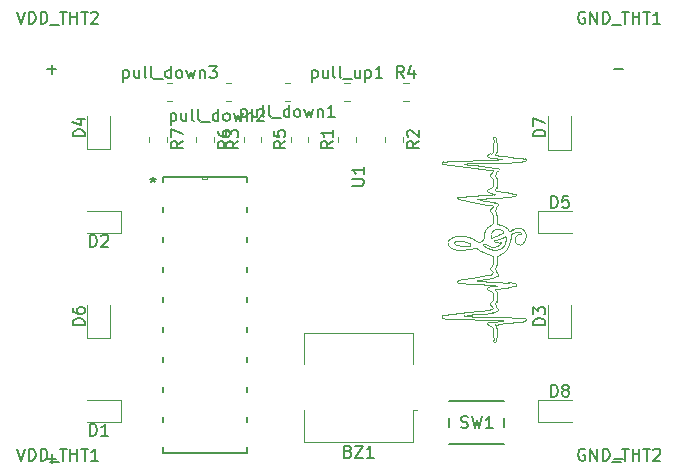
<source format=gbr>
%TF.GenerationSoftware,KiCad,Pcbnew,(6.0.9)*%
%TF.CreationDate,2023-11-13T18:20:47-08:00*%
%TF.ProjectId,music_card,6d757369-635f-4636-9172-642e6b696361,rev?*%
%TF.SameCoordinates,Original*%
%TF.FileFunction,Legend,Top*%
%TF.FilePolarity,Positive*%
%FSLAX46Y46*%
G04 Gerber Fmt 4.6, Leading zero omitted, Abs format (unit mm)*
G04 Created by KiCad (PCBNEW (6.0.9)) date 2023-11-13 18:20:47*
%MOMM*%
%LPD*%
G01*
G04 APERTURE LIST*
%ADD10C,0.046000*%
%ADD11C,0.200000*%
%ADD12C,0.150000*%
%ADD13C,0.120000*%
%ADD14C,0.152400*%
%ADD15C,0.100000*%
G04 APERTURE END LIST*
D10*
X151233918Y-113127781D02*
G75*
G03*
X151278609Y-113159178I151882J168681D01*
G01*
X147569853Y-110888828D02*
G75*
G03*
X147658077Y-111054004I540847J182728D01*
G01*
X151906938Y-104547026D02*
G75*
G03*
X151862809Y-104495726I-329338J-238674D01*
G01*
X148384563Y-107008859D02*
G75*
G03*
X148498313Y-107097224I188037J124659D01*
G01*
X151674853Y-102489242D02*
X151661966Y-102062924D01*
X150923313Y-117677602D02*
G75*
G03*
X151163821Y-117833825I865887J1069802D01*
G01*
X152514234Y-110295377D02*
G75*
G03*
X152460173Y-110238178I-54034J3077D01*
G01*
X151196095Y-113085423D02*
G75*
G03*
X151233923Y-113127776I214505J153523D01*
G01*
X151224959Y-110146783D02*
G75*
G03*
X151220189Y-110212501I450341J-65717D01*
G01*
X150041971Y-107068570D02*
X150490397Y-107036699D01*
X153293526Y-110294603D02*
G75*
G03*
X153228302Y-110521366I380474J-232197D01*
G01*
X153344511Y-106656026D02*
X153110527Y-106601936D01*
X148921729Y-104075548D02*
G75*
G03*
X148915520Y-104095461I1371J-11352D01*
G01*
X152075519Y-103984280D02*
X153838795Y-103925055D01*
X147249054Y-116904509D02*
G75*
G03*
X147145394Y-116928013I60346J-506491D01*
G01*
X151233915Y-112857597D02*
G75*
G03*
X151196091Y-112903339I211985J-213803D01*
G01*
X148657049Y-110198510D02*
G75*
G03*
X148314706Y-110230906I-15749J-1658590D01*
G01*
X151052723Y-104615334D02*
G75*
G03*
X151351634Y-104630713I257677J2095734D01*
G01*
X151170396Y-105144972D02*
G75*
G03*
X151196091Y-105195201I230004J85972D01*
G01*
X152713276Y-114141149D02*
X151643283Y-114087137D01*
X150982865Y-109450955D02*
G75*
G03*
X150794702Y-109671674I617335J-716845D01*
G01*
X149831671Y-104223167D02*
X149366577Y-104169455D01*
X152021606Y-110883479D02*
G75*
G03*
X152085196Y-110790969I-677306J533679D01*
G01*
X151170356Y-108025971D02*
G75*
G03*
X151161769Y-108075078I136244J-49129D01*
G01*
X148736397Y-103821461D02*
X147793092Y-103862169D01*
X153133333Y-109965472D02*
G75*
G03*
X153013247Y-110027744I316067J-756428D01*
G01*
X151606209Y-101825231D02*
G75*
G03*
X151541499Y-101796488I-64709J-58469D01*
G01*
X151597576Y-117687328D02*
X151961866Y-117645349D01*
X150316829Y-107150726D02*
X150074465Y-107102916D01*
X151437081Y-109740402D02*
G75*
G03*
X151286703Y-109922432I263119J-370498D01*
G01*
X149402527Y-110335484D02*
G75*
G03*
X149021482Y-110233504I-829927J-2338116D01*
G01*
X148216225Y-110943079D02*
G75*
G03*
X148439372Y-111033953I255375J307679D01*
G01*
X150041973Y-107068608D02*
G75*
G03*
X150036733Y-107084748I527J-9092D01*
G01*
X151588175Y-106653401D02*
G75*
G03*
X151557279Y-106640100I-42075J-55199D01*
G01*
X151474944Y-104399066D02*
X151041558Y-104344357D01*
X154096456Y-117168010D02*
X153457824Y-117127998D01*
X151725919Y-113316875D02*
G75*
G03*
X151768213Y-113366486I294781J208475D01*
G01*
X152598940Y-111321970D02*
G75*
G03*
X152790695Y-110930687I-1220940J840970D01*
G01*
X151196094Y-105195199D02*
G75*
G03*
X151233924Y-105240183I220106J146699D01*
G01*
X153047891Y-109646205D02*
X152743264Y-109751457D01*
X150904591Y-103493911D02*
G75*
G03*
X151078737Y-103572333I208309J230011D01*
G01*
X152551325Y-109553044D02*
G75*
G03*
X152445680Y-109459520I-656325J-634956D01*
G01*
X152016134Y-103656010D02*
X152143196Y-103678376D01*
X151348178Y-116682019D02*
G75*
G03*
X151759778Y-116603686I-298978J2691519D01*
G01*
X149949259Y-111227611D02*
G75*
G03*
X149870056Y-111208217I-79559J-153489D01*
G01*
X149036448Y-117246079D02*
X150618839Y-117294499D01*
X149366577Y-104169455D02*
X148964929Y-104118158D01*
X151696934Y-116245581D02*
G75*
G03*
X151726161Y-116297111I283566J126781D01*
G01*
X153776444Y-109989884D02*
G75*
G03*
X153706565Y-109925547I-92744J-30616D01*
G01*
X154147284Y-103859964D02*
G75*
G03*
X154194075Y-103795876I-85384J111464D01*
G01*
X153706564Y-109925550D02*
G75*
G03*
X153528761Y-109901092I-212464J-886050D01*
G01*
X152514215Y-110295376D02*
X152485627Y-110582061D01*
X151682949Y-108490748D02*
X151668636Y-108326165D01*
X152849126Y-103510925D02*
X152368553Y-103460395D01*
X151666959Y-116111748D02*
G75*
G03*
X151644291Y-116067456I-294259J-122652D01*
G01*
X152023464Y-109261050D02*
X151687549Y-109167462D01*
X151278608Y-112822215D02*
G75*
G03*
X151233916Y-112857598I135992J-217685D01*
G01*
X149870056Y-111208215D02*
G75*
G03*
X149768819Y-111222158I-456J-371185D01*
G01*
X152213322Y-117356593D02*
G75*
G03*
X152195137Y-117336662I-20022J-7D01*
G01*
X150609776Y-113855613D02*
X150943561Y-113800969D01*
X151391626Y-103110514D02*
X151163821Y-103226731D01*
X149021481Y-110233512D02*
G75*
G03*
X148657049Y-110198512I-384581J-2089588D01*
G01*
X152010009Y-117321567D02*
X152195137Y-117336662D01*
X151227054Y-109300621D02*
G75*
G03*
X150982859Y-109450948I346446J-836279D01*
G01*
X151395399Y-107718307D02*
G75*
G03*
X151349764Y-107646565I-79199J7D01*
G01*
X148834475Y-114209663D02*
X149289178Y-114241690D01*
X151391036Y-105503774D02*
X151395449Y-105706027D01*
X150865152Y-114325140D02*
X151285437Y-114352173D01*
X151759781Y-116603699D02*
G75*
G03*
X151860132Y-116506692I-37981J139699D01*
G01*
X151682419Y-116158915D02*
G75*
G03*
X151666956Y-116111749I-310519J-75685D01*
G01*
X151163826Y-103226741D02*
G75*
G03*
X150909235Y-103386587I769174J-1507759D01*
G01*
X147077846Y-117080877D02*
G75*
G03*
X147093820Y-117115944I138854J42077D01*
G01*
X147091052Y-104076977D02*
G75*
G03*
X147108427Y-104101434I67248J29377D01*
G01*
X147145402Y-116928036D02*
G75*
G03*
X147117479Y-116944320I25998J-76664D01*
G01*
X151392071Y-104753622D02*
G75*
G03*
X151394166Y-104664864I-195671J49022D01*
G01*
X148141895Y-110769184D02*
G75*
G03*
X148149698Y-110858023I121205J-34116D01*
G01*
X154180363Y-117341178D02*
G75*
G03*
X154190428Y-117306122I-133063J57178D01*
G01*
X151233926Y-116106301D02*
G75*
G03*
X151278609Y-116138598I142074J149501D01*
G01*
X151687549Y-109167462D02*
X151687549Y-108692154D01*
X151370418Y-115010999D02*
G75*
G03*
X151319619Y-114951223I-118818J-49501D01*
G01*
X151676711Y-105300095D02*
G75*
G03*
X151617445Y-105167322I-203011J-11005D01*
G01*
X151199025Y-106170248D02*
G75*
G03*
X151317246Y-106103289I-403725J850648D01*
G01*
X151786570Y-117310564D02*
X152010009Y-117321567D01*
X151696950Y-107794403D02*
G75*
G03*
X151687549Y-107838400I98250J-43997D01*
G01*
X151687558Y-116201576D02*
G75*
G03*
X151682428Y-116158913I-180158J-24D01*
G01*
X152445677Y-109459524D02*
G75*
G03*
X152323969Y-109380419I-616977J-816076D01*
G01*
X151961866Y-117645349D02*
X152372180Y-117599779D01*
X151645821Y-113089557D02*
G75*
G03*
X151619921Y-113056498I-149621J-90543D01*
G01*
X152105967Y-110351623D02*
X152275202Y-110292198D01*
X152201734Y-109759518D02*
G75*
G03*
X151940416Y-109649530I-439334J-678382D01*
G01*
X151726162Y-107742866D02*
G75*
G03*
X151696938Y-107794397I254938J-178634D01*
G01*
X151373677Y-114453284D02*
G75*
G03*
X151028410Y-114522951I383823J-2792616D01*
G01*
X150074765Y-113956053D02*
G75*
G03*
X150036733Y-113974660I16135J-81147D01*
G01*
X147646921Y-110581025D02*
G75*
G03*
X147563673Y-110734930I259579J-239875D01*
G01*
X150373099Y-104277419D02*
X149831671Y-104223167D01*
X151349111Y-113409205D02*
G75*
G03*
X151395449Y-113330251I-44011J78905D01*
G01*
X151677441Y-106120362D02*
X151687962Y-105710204D01*
X153228323Y-110521366D02*
G75*
G03*
X153291991Y-110739730I389377J-4934D01*
G01*
X151617437Y-108006526D02*
G75*
G03*
X151644291Y-107972520I-130837J130926D01*
G01*
X151696911Y-113265966D02*
G75*
G03*
X151725925Y-113316871I275089J123066D01*
G01*
X148594065Y-110630076D02*
G75*
G03*
X148299496Y-110646890I-99965J-837424D01*
G01*
X153925430Y-110855080D02*
G75*
G03*
X154092488Y-110609544I-587730J579480D01*
G01*
X151768216Y-113366483D02*
G75*
G03*
X151818192Y-113406930I238984J244183D01*
G01*
X148828636Y-107184723D02*
X149564122Y-107313403D01*
X151585177Y-106666532D02*
G75*
G03*
X151588186Y-106653387I-1377J7232D01*
G01*
X147072356Y-117044108D02*
G75*
G03*
X147077833Y-117080881I126244J8D01*
G01*
X151278609Y-107887821D02*
G75*
G03*
X151233915Y-107924207I122391J-195979D01*
G01*
X153484845Y-110924225D02*
G75*
G03*
X153709268Y-110966760I170755J287625D01*
G01*
X151373264Y-109179665D02*
G75*
G03*
X151391968Y-109068067I-379464J120965D01*
G01*
X151439264Y-110263292D02*
X151220189Y-110356586D01*
X150943561Y-113800969D02*
X151543004Y-113697116D01*
X151878263Y-113514995D02*
G75*
G03*
X151818192Y-113406930I-134263J-3905D01*
G01*
X152890965Y-110448842D02*
X152921249Y-110198213D01*
X152183955Y-109314655D02*
G75*
G03*
X152023464Y-109261050I-608755J-1555545D01*
G01*
X151678250Y-118257937D02*
X151670325Y-118029270D01*
X148442504Y-114176527D02*
X148834475Y-114209663D01*
X150676375Y-109948031D02*
G75*
G03*
X150635989Y-110260371I1187825J-312369D01*
G01*
X153171889Y-106869593D02*
G75*
G03*
X153365549Y-106797896I-85889J529393D01*
G01*
X151386829Y-113284104D02*
G75*
G03*
X151361127Y-113235225I-223829J-86496D01*
G01*
X151574601Y-106341928D02*
G75*
G03*
X151596921Y-106351757I30599J39228D01*
G01*
X154183297Y-110096493D02*
G75*
G03*
X154112432Y-109879661I-628497J-85407D01*
G01*
X151349760Y-107646575D02*
G75*
G03*
X151195443Y-107594197I-315060J-674725D01*
G01*
X151161759Y-112995915D02*
G75*
G03*
X151170351Y-113039069I112241J-85D01*
G01*
X151361120Y-113235230D02*
G75*
G03*
X151323294Y-113191162I-218020J-148870D01*
G01*
X151319619Y-114951223D02*
G75*
G03*
X151205584Y-114892401I-422219J-678577D01*
G01*
X151623005Y-117442152D02*
X151107369Y-117487187D01*
X151315623Y-106707360D02*
X150897959Y-106734416D01*
X151388533Y-111392191D02*
G75*
G03*
X151589117Y-111406487I200067J1392791D01*
G01*
X152790703Y-110930689D02*
G75*
G03*
X152890965Y-110448842I-2279103J725589D01*
G01*
X151696942Y-104814979D02*
G75*
G03*
X151687549Y-104858980I98458J-44021D01*
G01*
X151586211Y-115995311D02*
G75*
G03*
X151617445Y-116033442I206889J137611D01*
G01*
X151239728Y-110067858D02*
X151261217Y-109988823D01*
X152079507Y-110748765D02*
G75*
G03*
X152028577Y-110730142I-46507J-48235D01*
G01*
X151569795Y-106329362D02*
G75*
G03*
X151574604Y-106341924I12705J-2338D01*
G01*
X151028399Y-114522910D02*
G75*
G03*
X150909441Y-114630154I45701J-170290D01*
G01*
X151227049Y-109300609D02*
G75*
G03*
X151326327Y-109244823I-182949J441809D01*
G01*
X151687548Y-113222156D02*
G75*
G03*
X151682601Y-113179670I-184448J56D01*
G01*
X151623903Y-110536838D02*
X151916989Y-110422077D01*
X151818994Y-104671415D02*
X151891506Y-104617468D01*
X148384417Y-114051511D02*
G75*
G03*
X148394449Y-114154106I67483J-45189D01*
G01*
X148498578Y-113963245D02*
G75*
G03*
X148384381Y-114051487I74522J-214455D01*
G01*
X151626997Y-103736913D02*
X151100174Y-103758152D01*
X151196096Y-116061317D02*
G75*
G03*
X151233924Y-116106303I219904J146517D01*
G01*
X151622717Y-103264722D02*
G75*
G03*
X151653404Y-103195186I-106917J88722D01*
G01*
X151574630Y-114717718D02*
G75*
G03*
X151569839Y-114730602I8470J-10482D01*
G01*
X151374469Y-112684192D02*
G75*
G03*
X151391292Y-112555713I-659469J151692D01*
G01*
X149217324Y-116670520D02*
X147249055Y-116904514D01*
X151667684Y-113133057D02*
G75*
G03*
X151645822Y-113089556I-289284J-118143D01*
G01*
X150208867Y-110712318D02*
X149794413Y-110503139D01*
X148314706Y-110230908D02*
G75*
G03*
X148052912Y-110309276I290894J-1448192D01*
G01*
X149524060Y-104045658D02*
X150448361Y-104033094D01*
X149832319Y-116836102D02*
X150373099Y-116782318D01*
X150928089Y-107257109D02*
X150600236Y-107202619D01*
X150473049Y-117034987D02*
X149864866Y-117017168D01*
X153705006Y-110062919D02*
G75*
G03*
X153469308Y-110124802I-6J-479781D01*
G01*
X149270459Y-104049144D02*
X149524060Y-104045658D01*
X151623901Y-110536833D02*
G75*
G03*
X151526394Y-110590563I170399J-424567D01*
G01*
X151687962Y-115350352D02*
X151677441Y-114940194D01*
X150400024Y-106762774D02*
X149848538Y-106789691D01*
X150775218Y-110889583D02*
X150848591Y-110923963D01*
X151699602Y-112344672D02*
X151716759Y-111857298D01*
X151283947Y-111146245D02*
G75*
G03*
X151556190Y-111161882I174753J664745D01*
G01*
X154092497Y-110609548D02*
G75*
G03*
X154176295Y-110342565I-1141897J505048D01*
G01*
X148394459Y-114154096D02*
G75*
G03*
X148442504Y-114176527I54841J54796D01*
G01*
X151278606Y-107887815D02*
G75*
G03*
X151323303Y-107852749I-140506J225115D01*
G01*
X154114949Y-117391331D02*
G75*
G03*
X154162610Y-117367365I-12449J84131D01*
G01*
X152280337Y-109830998D02*
G75*
G03*
X152201724Y-109759534I-256237J-202902D01*
G01*
X153391726Y-114369943D02*
G75*
G03*
X153365785Y-114262372I-66226J40943D01*
G01*
X151021272Y-111026855D02*
G75*
G03*
X151283946Y-111146250I480128J707655D01*
G01*
X148394920Y-106906047D02*
G75*
G03*
X148384558Y-107008862I57780J-57753D01*
G01*
X147658083Y-111053999D02*
G75*
G03*
X147811567Y-111203784I599717J460999D01*
G01*
X152039921Y-117402184D02*
X151849340Y-117424794D01*
X148195262Y-110693766D02*
G75*
G03*
X148141894Y-110769184I79338J-112734D01*
G01*
X151687549Y-108692154D02*
X151682949Y-108490748D01*
X151594165Y-103616590D02*
X151830591Y-103634322D01*
X150489939Y-103775449D02*
X148736397Y-103821461D01*
X153838795Y-103925059D02*
G75*
G03*
X154068164Y-103896569I-44695J1297359D01*
G01*
X147176186Y-104133056D02*
X149162830Y-104381316D01*
X151278603Y-104921947D02*
G75*
G03*
X151347811Y-104857381I-87203J162847D01*
G01*
X151439740Y-101895283D02*
G75*
G03*
X151421034Y-102051009I954260J-193617D01*
G01*
X152460173Y-110238162D02*
G75*
G03*
X152418369Y-110244779I27J-135538D01*
G01*
X151644295Y-104993103D02*
G75*
G03*
X151666956Y-104948807I-273195J167703D01*
G01*
X151580963Y-117732277D02*
G75*
G03*
X151598062Y-117762869I196537J89777D01*
G01*
X150036748Y-107084730D02*
G75*
G03*
X150074465Y-107102916I54552J64930D01*
G01*
X151860175Y-116506705D02*
G75*
G03*
X151818994Y-116389141I-100175J30905D01*
G01*
X152082254Y-103714178D02*
X151626997Y-103736913D01*
X151196100Y-107972931D02*
G75*
G03*
X151170347Y-108025968I235600J-147169D01*
G01*
X153746253Y-103610883D02*
X153331608Y-103562446D01*
X151617439Y-108006528D02*
G75*
G03*
X151586214Y-108044667I176161J-176072D01*
G01*
X151810421Y-111070626D02*
G75*
G03*
X152021606Y-110883479I-414021J679926D01*
G01*
X152275202Y-110292198D02*
X152418369Y-110244779D01*
X150565176Y-110966581D02*
G75*
G03*
X150578438Y-111005839I53724J-3719D01*
G01*
X151589117Y-111406492D02*
G75*
G03*
X151805285Y-111381351I-417J945492D01*
G01*
X147093826Y-117115941D02*
G75*
G03*
X147117478Y-117144051I111774J70041D01*
G01*
X151822601Y-110105139D02*
X151679790Y-110163288D01*
X150735630Y-110881700D02*
G75*
G03*
X150702914Y-110885633I1870J-153600D01*
G01*
X151643385Y-119160805D02*
G75*
G03*
X151661966Y-118997632I-1050785J202305D01*
G01*
X152368553Y-103460395D02*
X151960138Y-103415025D01*
X151196096Y-112903343D02*
G75*
G03*
X151170280Y-112952014I219404J-147557D01*
G01*
X149530678Y-111292791D02*
X149768819Y-111222158D01*
X154193827Y-103725846D02*
G75*
G03*
X154148971Y-103670737I-101927J-37154D01*
G01*
X151453869Y-114369564D02*
X151716759Y-114406156D01*
X151849039Y-106393547D02*
X151596921Y-106351757D01*
X151391626Y-117950042D02*
X151408143Y-118607055D01*
X153765341Y-110041473D02*
G75*
G03*
X153777995Y-110017680I-34241J33473D01*
G01*
X151541499Y-119264060D02*
G75*
G03*
X151606217Y-119235332I1J87260D01*
G01*
X151581966Y-112986458D02*
G75*
G03*
X151591656Y-113020287I67934J1158D01*
G01*
X151196094Y-108174161D02*
G75*
G03*
X151233923Y-108219488I221206J146161D01*
G01*
X151369434Y-106040259D02*
G75*
G03*
X151391049Y-105943049I-254334J107559D01*
G01*
X150074761Y-113956035D02*
X150321373Y-113907818D01*
X153109421Y-114457585D02*
X153345518Y-114403388D01*
X153110527Y-106601936D02*
X152821067Y-106545367D01*
X151622710Y-103264716D02*
G75*
G03*
X151598062Y-103297687I312990J-259684D01*
G01*
X150933714Y-110970994D02*
X151021277Y-111026848D01*
X153291976Y-110739740D02*
G75*
G03*
X153484842Y-110924230I494924J324340D01*
G01*
X151768707Y-116347630D02*
G75*
G03*
X151818994Y-116389141I249993J251630D01*
G01*
X149526049Y-110933590D02*
G75*
G03*
X149444688Y-110821906I-117349J-10D01*
G01*
X151661966Y-118997632D02*
X151674853Y-118571314D01*
X152085167Y-110790952D02*
G75*
G03*
X152079512Y-110748760I-29267J17552D01*
G01*
X151617377Y-112910464D02*
G75*
G03*
X151590285Y-112951201I178423J-148036D01*
G01*
X151597579Y-117687354D02*
G75*
G03*
X151576989Y-117695631I4821J-41746D01*
G01*
X151577036Y-114752666D02*
G75*
G03*
X151593766Y-114779599I140264J68466D01*
G01*
X153365564Y-106797920D02*
G75*
G03*
X153391306Y-106690025I-40664J66720D01*
G01*
X151586211Y-108108611D02*
G75*
G03*
X151617445Y-108146742I206889J137611D01*
G01*
X151597123Y-114707435D02*
G75*
G03*
X151574604Y-114717686I7877J-47165D01*
G01*
X154191715Y-117267977D02*
G75*
G03*
X154183568Y-117232619I-129515J-11223D01*
G01*
X151199026Y-106170252D02*
G75*
G03*
X150948053Y-106315595I759974J-1601648D01*
G01*
X151150600Y-116441500D02*
X149217324Y-116670520D01*
X152195684Y-117377527D02*
X152039921Y-117402184D01*
X147080255Y-104006136D02*
G75*
G03*
X147081303Y-104043357I151245J-14364D01*
G01*
X148921730Y-104075553D02*
X149069219Y-104060138D01*
X151670325Y-118029270D02*
X151653404Y-117865370D01*
X151585159Y-106666440D02*
X151453869Y-106690736D01*
X151543882Y-110219318D02*
X151439264Y-110263292D01*
X149848538Y-106789691D02*
X149307761Y-106817855D01*
X151687962Y-105710204D02*
X151676694Y-105300096D01*
X149030477Y-110706889D02*
X149444688Y-110821906D01*
X153354911Y-109560395D02*
G75*
G03*
X153047891Y-109646205I558889J-2591805D01*
G01*
X151580953Y-103328274D02*
G75*
G03*
X151572617Y-103352775I117447J-53626D01*
G01*
X151408143Y-102453501D02*
X151391626Y-103110514D01*
X151606238Y-119235351D02*
G75*
G03*
X151643384Y-119160805I-114838J103751D01*
G01*
X151439741Y-119165273D02*
G75*
G03*
X151476994Y-119236510I141759J28773D01*
G01*
X151862815Y-104495720D02*
G75*
G03*
X151772153Y-104448478I-122815J-125080D01*
G01*
X151286698Y-109922430D02*
G75*
G03*
X151261217Y-109988823I532802J-242570D01*
G01*
X151617376Y-112910463D02*
G75*
G03*
X151643751Y-112855069I-96376J79863D01*
G01*
X151726155Y-104763441D02*
G75*
G03*
X151696938Y-104814977I255245J-178759D01*
G01*
X151395449Y-115348657D02*
X151391080Y-115554708D01*
X151161781Y-115963338D02*
G75*
G03*
X151170399Y-116011091I136819J38D01*
G01*
X151317251Y-106103296D02*
G75*
G03*
X151369443Y-106040263I-78951J118496D01*
G01*
X150490397Y-107036699D02*
X151013282Y-107004514D01*
X150422427Y-110610476D02*
G75*
G03*
X150545290Y-110543651I-565727J1186476D01*
G01*
X151196084Y-115865351D02*
G75*
G03*
X151170399Y-115915585I204116J-136049D01*
G01*
X150373099Y-116782318D02*
X151348179Y-116682024D01*
X148052915Y-110309283D02*
G75*
G03*
X147820467Y-110432456I475685J-1178617D01*
G01*
X152953961Y-110093015D02*
G75*
G03*
X152921249Y-110198213I302939J-151885D01*
G01*
X152855008Y-117549013D02*
X153339866Y-117495722D01*
X148149707Y-110858019D02*
G75*
G03*
X148216219Y-110943086I228493J110119D01*
G01*
X151224953Y-110146782D02*
X151239728Y-110067858D01*
X149360666Y-116995610D02*
X148930824Y-116972622D01*
X148829203Y-113875739D02*
G75*
G03*
X148498577Y-113963241I408697J-2212661D01*
G01*
X151677447Y-114940194D02*
G75*
G03*
X151618419Y-114807596I-202047J-10506D01*
G01*
X151617442Y-105027111D02*
G75*
G03*
X151644291Y-104993100I-130742J130811D01*
G01*
X151849151Y-114665493D02*
X152136910Y-114619646D01*
X152473304Y-106489810D02*
X152136676Y-106439292D01*
X151686661Y-110743503D02*
G75*
G03*
X151777850Y-110751097I91439J546703D01*
G01*
X150908300Y-106434137D02*
G75*
G03*
X151013088Y-106534236I145900J47837D01*
G01*
X151916989Y-110422077D02*
X152105967Y-110351623D01*
X149369338Y-116887932D02*
X149832319Y-116836102D01*
X151576568Y-105097218D02*
G75*
G03*
X151586214Y-105129189I57532J-82D01*
G01*
X148924960Y-116955594D02*
G75*
G03*
X148930824Y-116972622I6440J-7306D01*
G01*
X151772153Y-104448478D02*
X151474944Y-104399066D01*
X150057014Y-111293461D02*
G75*
G03*
X149949267Y-111227595I-522114J-733039D01*
G01*
X151395449Y-108772646D02*
X151391968Y-109068067D01*
X151385046Y-116395262D02*
G75*
G03*
X151392349Y-116308902I-151046J56262D01*
G01*
X154106735Y-103655815D02*
X153746253Y-103610883D01*
X152473683Y-114569187D02*
X152819338Y-114514089D01*
X151556189Y-111161878D02*
G75*
G03*
X151810423Y-111070629I-95289J665278D01*
G01*
X149564122Y-107313403D02*
X150852546Y-107527654D01*
X150578427Y-111005849D02*
G75*
G03*
X150638182Y-111057810I220773J193549D01*
G01*
X151644286Y-116067459D02*
G75*
G03*
X151617445Y-116033442I-158086J-97141D01*
G01*
X151597125Y-114707445D02*
X151849151Y-114665493D01*
X151586211Y-108044665D02*
G75*
G03*
X151576551Y-108076638I48289J-32035D01*
G01*
X151543005Y-113697120D02*
G75*
G03*
X151818739Y-113610196I-228905J1206920D01*
G01*
X152145808Y-103696682D02*
G75*
G03*
X152143196Y-103678376I-4608J8682D01*
G01*
X151576585Y-108076638D02*
G75*
G03*
X151586214Y-108108609I58015J38D01*
G01*
X151608199Y-110722702D02*
G75*
G03*
X151686662Y-110743499I150501J409402D01*
G01*
X154176293Y-110342565D02*
G75*
G03*
X154183289Y-110096494I-743193J144265D01*
G01*
X150794713Y-109671681D02*
G75*
G03*
X150676370Y-109948030I871487J-536719D01*
G01*
X147811575Y-111203773D02*
G75*
G03*
X148007518Y-111312303I529025J723973D01*
G01*
X151206742Y-113463893D02*
G75*
G03*
X151349115Y-113409211I-118642J521593D01*
G01*
X151233923Y-105240185D02*
G75*
G03*
X151278609Y-105272478I141677J148985D01*
G01*
X151170343Y-113039072D02*
G75*
G03*
X151196091Y-113085426I214957J89072D01*
G01*
X153365780Y-114262381D02*
G75*
G03*
X153171424Y-114190904I-281080J-464319D01*
G01*
X151421034Y-102051009D02*
X151408143Y-102453501D01*
X150279370Y-111432234D02*
X150589179Y-111589805D01*
X151278612Y-115788083D02*
G75*
G03*
X151338731Y-115737768I-90812J169583D01*
G01*
X153171424Y-114190903D02*
G75*
G03*
X152713276Y-114141149I-705424J-4361497D01*
G01*
X151598064Y-103297688D02*
G75*
G03*
X151580962Y-103328278I177136J-119112D01*
G01*
X151972906Y-111781843D02*
G75*
G03*
X152322341Y-111608005I-316706J1074743D01*
G01*
X151830591Y-103634322D02*
X152016134Y-103656010D01*
X148007518Y-111312304D02*
G75*
G03*
X148308102Y-111386894I420082J1049904D01*
G01*
X151233923Y-107924215D02*
G75*
G03*
X151196091Y-107972926I217777J-208185D01*
G01*
X153457824Y-117127998D02*
X152457167Y-117087218D01*
X151394170Y-104664863D02*
G75*
G03*
X151351634Y-104630713I-41670J-8337D01*
G01*
X151421039Y-119009547D02*
G75*
G03*
X151439745Y-119165272I971761J37747D01*
G01*
X151819019Y-107650871D02*
G75*
G03*
X151870550Y-107544698I-66919J98071D01*
G01*
X151013282Y-107004514D02*
X151643283Y-106973419D01*
X152372180Y-117599779D02*
X152855008Y-117549013D01*
X149307761Y-106817855D02*
X148843673Y-106850067D01*
X153596040Y-109541480D02*
G75*
G03*
X153354910Y-109560392I-50540J-902320D01*
G01*
X154162599Y-117367354D02*
G75*
G03*
X154180353Y-117341174I-58899J59054D01*
G01*
X151170390Y-115915582D02*
G75*
G03*
X151161769Y-115963338I128310J-47818D01*
G01*
X147077820Y-117007350D02*
G75*
G03*
X147072369Y-117044108I120480J-36650D01*
G01*
X151805283Y-111381344D02*
G75*
G03*
X152018384Y-111307207I-249583J1060744D01*
G01*
X149818891Y-114269716D02*
X150363557Y-114296615D01*
X151678250Y-102802619D02*
X151674853Y-102489242D01*
X150448361Y-104033094D02*
X152075519Y-103984280D01*
X151687545Y-116201576D02*
G75*
G03*
X151696938Y-116245579I107655J-24D01*
G01*
X153705006Y-110062932D02*
G75*
G03*
X153739648Y-110057419I-6J111632D01*
G01*
X151205816Y-111349328D02*
G75*
G03*
X151388532Y-111392195I334684J1015728D01*
G01*
X151618419Y-106252960D02*
G75*
G03*
X151593762Y-106280889I212481J-212440D01*
G01*
X151233912Y-108219499D02*
G75*
G03*
X151278609Y-108251898I140788J147199D01*
G01*
X151670325Y-103031286D02*
X151678250Y-102802619D01*
X151170392Y-116011093D02*
G75*
G03*
X151196091Y-116061321I229808J85893D01*
G01*
X151682418Y-107881061D02*
G75*
G03*
X151687549Y-107838400I-175618J42761D01*
G01*
X150363557Y-114296615D02*
X150865152Y-114325140D01*
X149564122Y-113747153D02*
X148829203Y-113875739D01*
X149155998Y-111374984D02*
G75*
G03*
X149530678Y-111292791I-290398J2218884D01*
G01*
X153777978Y-110017676D02*
G75*
G03*
X153776417Y-109989893I-52678J10976D01*
G01*
X151891506Y-104617469D02*
G75*
G03*
X151913803Y-104582446I-41406J50969D01*
G01*
X147793092Y-103862169D02*
X147178071Y-103904118D01*
X150879223Y-113528497D02*
X149564122Y-113747153D01*
X151338738Y-115737774D02*
G75*
G03*
X151373893Y-115667551I-151338J119674D01*
G01*
X153469309Y-110124804D02*
G75*
G03*
X153293550Y-110294618I238291J-422496D01*
G01*
X151278609Y-104921957D02*
G75*
G03*
X151233924Y-104954253I96691J-180843D01*
G01*
X151572648Y-103352782D02*
G75*
G03*
X151576989Y-103364925I11552J-2718D01*
G01*
X151818990Y-107650830D02*
G75*
G03*
X151768707Y-107692346I199110J-292370D01*
G01*
X153528761Y-109901095D02*
G75*
G03*
X153319363Y-109913125I-41861J-1099805D01*
G01*
X151577002Y-103364908D02*
G75*
G03*
X151597573Y-103373227I25398J33208D01*
G01*
X150905375Y-111729995D02*
G75*
G03*
X151147164Y-111811846I755625J1834095D01*
G01*
X151617444Y-105027113D02*
G75*
G03*
X151586214Y-105065247I176356J-176287D01*
G01*
X152743264Y-109751457D02*
X152551321Y-109553048D01*
X151351613Y-116206237D02*
G75*
G03*
X151278609Y-116138598I-166013J-105963D01*
G01*
X151161766Y-105097218D02*
G75*
G03*
X151170399Y-105144971I135934J-82D01*
G01*
X148721257Y-111406128D02*
G75*
G03*
X149155999Y-111374991I-47657J3715928D01*
G01*
X151391314Y-115107055D02*
X151395449Y-115348657D01*
X152197191Y-109950385D02*
G75*
G03*
X152279248Y-109889290I-93091J210685D01*
G01*
X153339866Y-117495722D02*
X153756840Y-117442386D01*
X151338605Y-105322519D02*
G75*
G03*
X151278609Y-105272478I-150605J-119581D01*
G01*
X148843673Y-106850067D02*
X148443393Y-106883419D01*
X151818989Y-104671408D02*
G75*
G03*
X151768707Y-104712926I199311J-292592D01*
G01*
X153756840Y-117442386D02*
X154114945Y-117391301D01*
X151674853Y-118571314D02*
X151678250Y-118257937D01*
X151161779Y-108075078D02*
G75*
G03*
X151170404Y-108123429I139721J-22D01*
G01*
X148915539Y-104095440D02*
G75*
G03*
X148964929Y-104118158I61261J68140D01*
G01*
X152323969Y-109380419D02*
G75*
G03*
X152183956Y-109314653I-566469J-1024081D01*
G01*
X150760213Y-111133392D02*
X150638182Y-111057810D01*
X147081292Y-104043359D02*
G75*
G03*
X147091055Y-104076976I132508J20259D01*
G01*
X151326329Y-109244825D02*
G75*
G03*
X151373253Y-109179661I-76029J104225D01*
G01*
X151315623Y-106707361D02*
G75*
G03*
X151453869Y-106690736I-90823J1338361D01*
G01*
X151391562Y-108513660D02*
X151395449Y-108772646D01*
X151278607Y-115788075D02*
G75*
G03*
X151233924Y-115820373I97193J-181525D01*
G01*
X153319362Y-109913117D02*
G75*
G03*
X153133331Y-109965468I121338J-787883D01*
G01*
X151870511Y-107544701D02*
G75*
G03*
X151804103Y-107449942I-111511J-7499D01*
G01*
X151617453Y-115893242D02*
G75*
G03*
X151676694Y-115760460I-143753J143742D01*
G01*
X151391320Y-115107055D02*
G75*
G03*
X151370411Y-115011002I-274020J-9345D01*
G01*
X151960138Y-103415025D02*
X151597573Y-103373227D01*
X151013283Y-114055960D02*
X150490397Y-114023520D01*
X151643283Y-106973419D02*
X152714231Y-106919363D01*
X150036703Y-113974626D02*
G75*
G03*
X150042256Y-113991316I6297J-7174D01*
G01*
X150589179Y-111589805D02*
X150905375Y-111729995D01*
X147563669Y-110734929D02*
G75*
G03*
X147569836Y-110888834I264631J-66471D01*
G01*
X151100174Y-103758152D02*
X150489939Y-103775449D01*
X151940418Y-109649522D02*
G75*
G03*
X151668699Y-109643279I-151318J-669678D01*
G01*
X151334014Y-116430646D02*
G75*
G03*
X151385032Y-116395257I86J54346D01*
G01*
X147117476Y-116944317D02*
G75*
G03*
X147093820Y-116972345I87424J-97783D01*
G01*
X151682599Y-113179671D02*
G75*
G03*
X151667683Y-113133057I-305399J-72029D01*
G01*
X151375147Y-108383246D02*
G75*
G03*
X151340187Y-108305704I-205847J-46154D01*
G01*
X151323289Y-113191167D02*
G75*
G03*
X151278609Y-113159178I-144289J-154333D01*
G01*
X151777850Y-110751096D02*
G75*
G03*
X151877414Y-110744757I250J781196D01*
G01*
X151041558Y-104344357D02*
X150373099Y-104277419D01*
X151586211Y-115931365D02*
G75*
G03*
X151576551Y-115963338I48289J-32035D01*
G01*
X151391558Y-108513660D02*
G75*
G03*
X151375127Y-108383251I-690358J-20740D01*
G01*
X148299496Y-110646892D02*
G75*
G03*
X148195275Y-110693784I69804J-294408D01*
G01*
X151013088Y-106534237D02*
G75*
G03*
X151341907Y-106605595I780512J2803337D01*
G01*
X153013243Y-110027738D02*
G75*
G03*
X152953972Y-110093020I87357J-138862D01*
G01*
X151391042Y-105503774D02*
G75*
G03*
X151373783Y-105392212I-514142J-22426D01*
G01*
X151676694Y-115760460D02*
X151687962Y-115350352D01*
X151476996Y-119236509D02*
G75*
G03*
X151541499Y-119264068I64504J61709D01*
G01*
X151593764Y-114779600D02*
G75*
G03*
X151618419Y-114807596I231936J179400D01*
G01*
X151849340Y-117424794D02*
X151623005Y-117442152D01*
X153391322Y-106690015D02*
G75*
G03*
X153344511Y-106656026I-64922J-40185D01*
G01*
X150775215Y-110889589D02*
G75*
G03*
X150735630Y-110881693I-38315J-88911D01*
G01*
X151643377Y-101899752D02*
G75*
G03*
X151606217Y-101825224I-152177J-29348D01*
G01*
X151590290Y-112951204D02*
G75*
G03*
X151581971Y-112986458I65210J-33996D01*
G01*
X149435818Y-111031112D02*
G75*
G03*
X149526009Y-110933590I-7618J97512D01*
G01*
X150909407Y-114630141D02*
G75*
G03*
X150949047Y-114754692I97793J-37459D01*
G01*
X151653421Y-117865368D02*
G75*
G03*
X151622713Y-117795837I-137621J-19232D01*
G01*
X152195684Y-117377524D02*
G75*
G03*
X152213329Y-117356593I-3584J20924D01*
G01*
X150897959Y-106734416D02*
X150400024Y-106762774D01*
X150702913Y-110885630D02*
G75*
G03*
X150662316Y-110897256I91487J-396170D01*
G01*
X152343684Y-111052617D02*
G75*
G03*
X152426681Y-110877275I-414084J303317D01*
G01*
X148443396Y-106883448D02*
G75*
G03*
X148394886Y-106906013I6804J-78052D01*
G01*
X151688279Y-112537050D02*
X151699602Y-112344672D01*
X151586198Y-105065236D02*
G75*
G03*
X151576551Y-105097218I47802J-31864D01*
G01*
X151392343Y-116308903D02*
G75*
G03*
X151351622Y-116206232I-286943J-54397D01*
G01*
X150852546Y-107527654D02*
X151195443Y-107594197D01*
X151668636Y-108326165D02*
X151647141Y-108201211D01*
X151643751Y-112855069D02*
X151668369Y-112711913D01*
X151233917Y-115820365D02*
G75*
G03*
X151196091Y-115865355I182383J-191735D01*
G01*
X154068163Y-103896563D02*
G75*
G03*
X154147294Y-103859977I-42163J195063D01*
G01*
X150618839Y-117294499D02*
X151521176Y-117306998D01*
X151220189Y-110356586D02*
X151220189Y-110212501D01*
X151170298Y-112952021D02*
G75*
G03*
X151161769Y-112995915I108602J-43879D01*
G01*
X151147164Y-111811846D02*
X151395449Y-111878441D01*
X152082255Y-103714199D02*
G75*
G03*
X152145788Y-103696645I-8055J152899D01*
G01*
X151576585Y-115963338D02*
G75*
G03*
X151586214Y-115995309I58015J38D01*
G01*
X148439372Y-111033952D02*
G75*
G03*
X148939486Y-111052320I458828J5675052D01*
G01*
X151395449Y-111878441D02*
X151395449Y-112313845D01*
X150662315Y-110897253D02*
G75*
G03*
X150620837Y-110913890I143085J-416747D01*
G01*
X152205274Y-111193850D02*
G75*
G03*
X152343690Y-111052621I-420274J550350D01*
G01*
X153968606Y-109697802D02*
G75*
G03*
X153794270Y-109587427I-418406J-467998D01*
G01*
X150620839Y-110913894D02*
G75*
G03*
X150584953Y-110933418I129361J-280506D01*
G01*
X151078737Y-103572333D02*
X151594165Y-103616590D01*
X151408143Y-118607055D02*
X151421034Y-119009547D01*
X151726160Y-116297112D02*
G75*
G03*
X151768707Y-116347630I304540J213312D01*
G01*
X147145394Y-117160453D02*
G75*
G03*
X147287128Y-117186604I158606J462453D01*
G01*
X151546874Y-110689416D02*
G75*
G03*
X151608197Y-110722708I144326J192716D01*
G01*
X153739645Y-110057408D02*
G75*
G03*
X153765335Y-110041467I-19445J60008D01*
G01*
X151386985Y-107760604D02*
G75*
G03*
X151395449Y-107718307I-101485J42304D01*
G01*
X150629042Y-110407089D02*
G75*
G03*
X150635989Y-110260371I-1547442J146789D01*
G01*
X151334014Y-116430700D02*
G75*
G03*
X151150600Y-116441500I-14J-1562600D01*
G01*
X150490397Y-114023520D02*
X150042256Y-113991316D01*
X151510487Y-110636702D02*
G75*
G03*
X151546873Y-110689417I96513J27702D01*
G01*
X151618405Y-106252946D02*
G75*
G03*
X151677441Y-106120362I-143305J143246D01*
G01*
X151526408Y-110590583D02*
G75*
G03*
X151510470Y-110636707I24892J-34417D01*
G01*
X152714231Y-106919362D02*
G75*
G03*
X153171886Y-106869577I-246231J4391962D01*
G01*
X150921915Y-117567771D02*
G75*
G03*
X150923318Y-117677596I46385J-54329D01*
G01*
X151679790Y-110163288D02*
X151543882Y-110219318D01*
X151666960Y-107928229D02*
G75*
G03*
X151682428Y-107881063I-292760J122129D01*
G01*
X150848591Y-110923963D02*
X150933714Y-110970994D01*
X153709267Y-110966755D02*
G75*
G03*
X153925437Y-110855087I-63067J387155D01*
G01*
X151521176Y-117306998D02*
X151786570Y-117310564D01*
X151206740Y-113463886D02*
X150879223Y-113528497D01*
X151163821Y-117833825D02*
X151391626Y-117950042D01*
X151768705Y-104712924D02*
G75*
G03*
X151726161Y-104763445I263395J-264976D01*
G01*
X149435818Y-111031118D02*
X148939486Y-111052320D01*
X149289178Y-114241690D02*
X149818891Y-114269716D01*
X151586219Y-105129186D02*
G75*
G03*
X151617445Y-105167322I207181J137786D01*
G01*
X151913765Y-104582437D02*
G75*
G03*
X151906942Y-104547023I-41665J10337D01*
G01*
X151818756Y-113610234D02*
G75*
G03*
X151878260Y-113514995I-41656J92234D01*
G01*
X147088510Y-103971022D02*
G75*
G03*
X147080256Y-104006136I125290J-47978D01*
G01*
X151233922Y-104954251D02*
G75*
G03*
X151196091Y-104999235I182578J-191949D01*
G01*
X151341907Y-106605595D02*
X151557279Y-106640100D01*
X152136910Y-114619646D02*
X152473683Y-114569187D01*
X150602842Y-110485910D02*
G75*
G03*
X150629047Y-110407089I-157442J96110D01*
G01*
X148966351Y-116936934D02*
X149369338Y-116887932D01*
X151682432Y-104901644D02*
G75*
G03*
X151687549Y-104858980I-175132J42644D01*
G01*
X151008830Y-111268046D02*
G75*
G03*
X151205816Y-111349327I654170J1306046D01*
G01*
X151541499Y-101796499D02*
G75*
G03*
X151476994Y-101824046I1J-89301D01*
G01*
X151340181Y-108305708D02*
G75*
G03*
X151278609Y-108251898I-147281J-106392D01*
G01*
X151373793Y-105392209D02*
G75*
G03*
X151338602Y-105322521I-185793J-50091D01*
G01*
X151395454Y-113330251D02*
G75*
G03*
X151386833Y-113284102I-127554J51D01*
G01*
X151285437Y-114352173D02*
X151453869Y-114369564D01*
X153794271Y-109587426D02*
G75*
G03*
X153596039Y-109541491I-231671J-549074D01*
G01*
X151950439Y-110053860D02*
X151822601Y-110105139D01*
X150584976Y-110933455D02*
G75*
G03*
X150565190Y-110966582I22724J-36045D01*
G01*
X151170384Y-105049459D02*
G75*
G03*
X151161769Y-105097218I127416J-47641D01*
G01*
X152821067Y-106545367D02*
X152473304Y-106489810D01*
X149069219Y-104060138D02*
X149270459Y-104049144D01*
X152819338Y-114514089D02*
X153109421Y-114457585D01*
X151591654Y-113020288D02*
G75*
G03*
X151619921Y-113056498I160546J96188D01*
G01*
X151647135Y-108201212D02*
G75*
G03*
X151617445Y-108146742I-107535J-23288D01*
G01*
X150600236Y-107202619D02*
X150316829Y-107150726D01*
X151598063Y-117762868D02*
G75*
G03*
X151622713Y-117795837I336737J226068D01*
G01*
X151768708Y-107692347D02*
G75*
G03*
X151726161Y-107742865I263092J-264753D01*
G01*
X154190428Y-117306122D02*
G75*
G03*
X154191718Y-117267977I-157628J24422D01*
G01*
X147108434Y-104101427D02*
G75*
G03*
X147176186Y-104133056I82866J89127D01*
G01*
X154183554Y-117232624D02*
G75*
G03*
X154096456Y-117168010I-94354J-36176D01*
G01*
X148966351Y-116936938D02*
G75*
G03*
X148924919Y-116955547I9449J-76462D01*
G01*
X152197189Y-109950380D02*
X151950439Y-110053860D01*
X150948062Y-106315608D02*
G75*
G03*
X150908316Y-106434132I59538J-85892D01*
G01*
X151522869Y-107361909D02*
X150928089Y-107257109D01*
X147093820Y-116972345D02*
G75*
G03*
X147077834Y-117007354I123080J-77355D01*
G01*
X151107371Y-117487204D02*
G75*
G03*
X150921901Y-117567754I39129J-343896D01*
G01*
X151361131Y-107807930D02*
G75*
G03*
X151386966Y-107760596I-213831J147430D01*
G01*
X151576997Y-117695641D02*
G75*
G03*
X151572617Y-117707781I7203J-9459D01*
G01*
X151323308Y-107852754D02*
G75*
G03*
X151361127Y-107807927I-210608J216054D01*
G01*
X153331608Y-103562446D02*
X152849126Y-103510925D01*
X149162830Y-104381316D02*
X151052723Y-104615337D01*
X151617439Y-115893228D02*
G75*
G03*
X151586214Y-115931367I176161J-176072D01*
G01*
X152322338Y-111608001D02*
G75*
G03*
X152598936Y-111321968I-718138J971201D01*
G01*
X151395449Y-112313845D02*
X151391292Y-112555713D01*
X151668697Y-109643268D02*
G75*
G03*
X151437062Y-109740375I100703J-565032D01*
G01*
X151339496Y-112763888D02*
G75*
G03*
X151374477Y-112684194I-192196J131888D01*
G01*
X151666959Y-104948808D02*
G75*
G03*
X151682428Y-104901643I-292359J122008D01*
G01*
X151644285Y-107972516D02*
G75*
G03*
X151666956Y-107928227I-271485J166916D01*
G01*
X152018384Y-111307206D02*
G75*
G03*
X152205267Y-111193841I-436084J929606D01*
G01*
X151373887Y-115667549D02*
G75*
G03*
X151391080Y-115554708I-508787J135249D01*
G01*
X148498311Y-107097229D02*
G75*
G03*
X148828636Y-107184723I736889J2114729D01*
G01*
X150422428Y-110610478D02*
X150208867Y-110712318D01*
X148308102Y-111386893D02*
G75*
G03*
X148721257Y-111406131I368498J3467793D01*
G01*
X151572619Y-117707781D02*
G75*
G03*
X151580962Y-117732278I127281J29681D01*
G01*
X151687544Y-113222156D02*
G75*
G03*
X151696906Y-113265968I107456J56D01*
G01*
X151196096Y-104999238D02*
G75*
G03*
X151170399Y-105049465I204404J-136262D01*
G01*
X151577025Y-106307607D02*
G75*
G03*
X151569839Y-106329370I74275J-36593D01*
G01*
X151170397Y-108123431D02*
G75*
G03*
X151196091Y-108174163I232403J85831D01*
G01*
X152279257Y-109889297D02*
G75*
G03*
X152280327Y-109831006I-34957J29797D01*
G01*
X152136676Y-106439292D02*
X151849039Y-106393547D01*
X151661960Y-102062924D02*
G75*
G03*
X151643384Y-101899751I-1070060J-39176D01*
G01*
X151804104Y-107449939D02*
G75*
G03*
X151522869Y-107361909I-529304J-1197761D01*
G01*
X147820475Y-110432468D02*
G75*
G03*
X147646924Y-110581028I546025J-813532D01*
G01*
X151653404Y-103195186D02*
X151670325Y-103031286D01*
X147287128Y-117186604D02*
X149036448Y-117246079D01*
X152028577Y-110730142D02*
X151877414Y-110744757D01*
X151008830Y-111268047D02*
X150760213Y-111133392D01*
X151593764Y-106280891D02*
G75*
G03*
X151577032Y-106307610I122336J-95209D01*
G01*
X151477011Y-101824062D02*
G75*
G03*
X151439745Y-101895284I104689J-100138D01*
G01*
X150545281Y-110543636D02*
G75*
G03*
X150602830Y-110485902I-91181J148436D01*
G01*
X154148964Y-103670748D02*
G75*
G03*
X154106735Y-103655815I-55564J-89952D01*
G01*
X151716759Y-114406156D02*
X151373678Y-114453291D01*
X151278615Y-112822226D02*
G75*
G03*
X151339499Y-112763890I-109215J174926D01*
G01*
X151716759Y-111857298D02*
X151972903Y-111781831D01*
X152457167Y-117087218D02*
X150473049Y-117034987D01*
X147117492Y-117144035D02*
G75*
G03*
X147145394Y-117160453I54108J60035D01*
G01*
X151395449Y-105706027D02*
X151391049Y-105943049D01*
X154194099Y-103795885D02*
G75*
G03*
X154193854Y-103725836I-96899J34685D01*
G01*
X154112433Y-109879661D02*
G75*
G03*
X153968614Y-109697793I-593633J-321639D01*
G01*
X150057019Y-111293454D02*
G75*
G03*
X150279370Y-111432234I1250581J1756154D01*
G01*
X150909257Y-103386616D02*
G75*
G03*
X150904593Y-103493909I42243J-55584D01*
G01*
X151569841Y-114730602D02*
G75*
G03*
X151577032Y-114752668I82559J14702D01*
G01*
X149864866Y-117017168D02*
X149360666Y-116995610D01*
X151668369Y-112711913D02*
X151688279Y-112537050D01*
X152426683Y-110877276D02*
G75*
G03*
X152485627Y-110582061I-2650383J682676D01*
G01*
X151643283Y-114087137D02*
X151013283Y-114055960D01*
X150949042Y-114754699D02*
G75*
G03*
X151205584Y-114892401I837358J1252199D01*
G01*
X150321373Y-113907818D02*
X150609776Y-113855613D01*
X149794412Y-110503141D02*
G75*
G03*
X149402526Y-110335487I-1520912J-3013259D01*
G01*
X149030477Y-110706889D02*
G75*
G03*
X148594065Y-110630079I-910477J-3894911D01*
G01*
X147178073Y-103904139D02*
G75*
G03*
X147088509Y-103971021I8327J-104561D01*
G01*
X153345521Y-114403400D02*
G75*
G03*
X153391685Y-114369918I-17721J73000D01*
G01*
X151347808Y-104857379D02*
G75*
G03*
X151392059Y-104753619I-305208J191479D01*
G01*
D11*
X161619047Y-129071428D02*
X162380952Y-129071428D01*
X113619047Y-129071428D02*
X114380952Y-129071428D01*
X114000000Y-129452380D02*
X114000000Y-128690476D01*
X113619047Y-96071428D02*
X114380952Y-96071428D01*
X114000000Y-96452380D02*
X114000000Y-95690476D01*
X161619047Y-96071428D02*
X162380952Y-96071428D01*
D12*
%TO.C,D8*%
X156286904Y-123802380D02*
X156286904Y-122802380D01*
X156525000Y-122802380D01*
X156667857Y-122850000D01*
X156763095Y-122945238D01*
X156810714Y-123040476D01*
X156858333Y-123230952D01*
X156858333Y-123373809D01*
X156810714Y-123564285D01*
X156763095Y-123659523D01*
X156667857Y-123754761D01*
X156525000Y-123802380D01*
X156286904Y-123802380D01*
X157429761Y-123230952D02*
X157334523Y-123183333D01*
X157286904Y-123135714D01*
X157239285Y-123040476D01*
X157239285Y-122992857D01*
X157286904Y-122897619D01*
X157334523Y-122850000D01*
X157429761Y-122802380D01*
X157620238Y-122802380D01*
X157715476Y-122850000D01*
X157763095Y-122897619D01*
X157810714Y-122992857D01*
X157810714Y-123040476D01*
X157763095Y-123135714D01*
X157715476Y-123183333D01*
X157620238Y-123230952D01*
X157429761Y-123230952D01*
X157334523Y-123278571D01*
X157286904Y-123326190D01*
X157239285Y-123421428D01*
X157239285Y-123611904D01*
X157286904Y-123707142D01*
X157334523Y-123754761D01*
X157429761Y-123802380D01*
X157620238Y-123802380D01*
X157715476Y-123754761D01*
X157763095Y-123707142D01*
X157810714Y-123611904D01*
X157810714Y-123421428D01*
X157763095Y-123326190D01*
X157715476Y-123278571D01*
X157620238Y-123230952D01*
%TO.C,VDD_THT2*%
X111073809Y-91202380D02*
X111407142Y-92202380D01*
X111740476Y-91202380D01*
X112073809Y-92202380D02*
X112073809Y-91202380D01*
X112311904Y-91202380D01*
X112454761Y-91250000D01*
X112550000Y-91345238D01*
X112597619Y-91440476D01*
X112645238Y-91630952D01*
X112645238Y-91773809D01*
X112597619Y-91964285D01*
X112550000Y-92059523D01*
X112454761Y-92154761D01*
X112311904Y-92202380D01*
X112073809Y-92202380D01*
X113073809Y-92202380D02*
X113073809Y-91202380D01*
X113311904Y-91202380D01*
X113454761Y-91250000D01*
X113550000Y-91345238D01*
X113597619Y-91440476D01*
X113645238Y-91630952D01*
X113645238Y-91773809D01*
X113597619Y-91964285D01*
X113550000Y-92059523D01*
X113454761Y-92154761D01*
X113311904Y-92202380D01*
X113073809Y-92202380D01*
X113835714Y-92297619D02*
X114597619Y-92297619D01*
X114692857Y-91202380D02*
X115264285Y-91202380D01*
X114978571Y-92202380D02*
X114978571Y-91202380D01*
X115597619Y-92202380D02*
X115597619Y-91202380D01*
X115597619Y-91678571D02*
X116169047Y-91678571D01*
X116169047Y-92202380D02*
X116169047Y-91202380D01*
X116502380Y-91202380D02*
X117073809Y-91202380D01*
X116788095Y-92202380D02*
X116788095Y-91202380D01*
X117359523Y-91297619D02*
X117407142Y-91250000D01*
X117502380Y-91202380D01*
X117740476Y-91202380D01*
X117835714Y-91250000D01*
X117883333Y-91297619D01*
X117930952Y-91392857D01*
X117930952Y-91488095D01*
X117883333Y-91630952D01*
X117311904Y-92202380D01*
X117930952Y-92202380D01*
%TO.C,R7*%
X125102380Y-102166666D02*
X124626190Y-102500000D01*
X125102380Y-102738095D02*
X124102380Y-102738095D01*
X124102380Y-102357142D01*
X124150000Y-102261904D01*
X124197619Y-102214285D01*
X124292857Y-102166666D01*
X124435714Y-102166666D01*
X124530952Y-102214285D01*
X124578571Y-102261904D01*
X124626190Y-102357142D01*
X124626190Y-102738095D01*
X124102380Y-101833333D02*
X124102380Y-101166666D01*
X125102380Y-101595238D01*
%TO.C,U1*%
X139452380Y-105919904D02*
X140261904Y-105919904D01*
X140357142Y-105872285D01*
X140404761Y-105824666D01*
X140452380Y-105729428D01*
X140452380Y-105538952D01*
X140404761Y-105443714D01*
X140357142Y-105396095D01*
X140261904Y-105348476D01*
X139452380Y-105348476D01*
X140452380Y-104348476D02*
X140452380Y-104919904D01*
X140452380Y-104634190D02*
X139452380Y-104634190D01*
X139595238Y-104729428D01*
X139690476Y-104824666D01*
X139738095Y-104919904D01*
%TO.C,D6*%
X116802380Y-117738095D02*
X115802380Y-117738095D01*
X115802380Y-117500000D01*
X115850000Y-117357142D01*
X115945238Y-117261904D01*
X116040476Y-117214285D01*
X116230952Y-117166666D01*
X116373809Y-117166666D01*
X116564285Y-117214285D01*
X116659523Y-117261904D01*
X116754761Y-117357142D01*
X116802380Y-117500000D01*
X116802380Y-117738095D01*
X115802380Y-116309523D02*
X115802380Y-116500000D01*
X115850000Y-116595238D01*
X115897619Y-116642857D01*
X116040476Y-116738095D01*
X116230952Y-116785714D01*
X116611904Y-116785714D01*
X116707142Y-116738095D01*
X116754761Y-116690476D01*
X116802380Y-116595238D01*
X116802380Y-116404761D01*
X116754761Y-116309523D01*
X116707142Y-116261904D01*
X116611904Y-116214285D01*
X116373809Y-116214285D01*
X116278571Y-116261904D01*
X116230952Y-116309523D01*
X116183333Y-116404761D01*
X116183333Y-116595238D01*
X116230952Y-116690476D01*
X116278571Y-116738095D01*
X116373809Y-116785714D01*
%TO.C,GND_THT1*%
X159145238Y-91250000D02*
X159050000Y-91202380D01*
X158907142Y-91202380D01*
X158764285Y-91250000D01*
X158669047Y-91345238D01*
X158621428Y-91440476D01*
X158573809Y-91630952D01*
X158573809Y-91773809D01*
X158621428Y-91964285D01*
X158669047Y-92059523D01*
X158764285Y-92154761D01*
X158907142Y-92202380D01*
X159002380Y-92202380D01*
X159145238Y-92154761D01*
X159192857Y-92107142D01*
X159192857Y-91773809D01*
X159002380Y-91773809D01*
X159621428Y-92202380D02*
X159621428Y-91202380D01*
X160192857Y-92202380D01*
X160192857Y-91202380D01*
X160669047Y-92202380D02*
X160669047Y-91202380D01*
X160907142Y-91202380D01*
X161050000Y-91250000D01*
X161145238Y-91345238D01*
X161192857Y-91440476D01*
X161240476Y-91630952D01*
X161240476Y-91773809D01*
X161192857Y-91964285D01*
X161145238Y-92059523D01*
X161050000Y-92154761D01*
X160907142Y-92202380D01*
X160669047Y-92202380D01*
X161430952Y-92297619D02*
X162192857Y-92297619D01*
X162288095Y-91202380D02*
X162859523Y-91202380D01*
X162573809Y-92202380D02*
X162573809Y-91202380D01*
X163192857Y-92202380D02*
X163192857Y-91202380D01*
X163192857Y-91678571D02*
X163764285Y-91678571D01*
X163764285Y-92202380D02*
X163764285Y-91202380D01*
X164097619Y-91202380D02*
X164669047Y-91202380D01*
X164383333Y-92202380D02*
X164383333Y-91202380D01*
X165526190Y-92202380D02*
X164954761Y-92202380D01*
X165240476Y-92202380D02*
X165240476Y-91202380D01*
X165145238Y-91345238D01*
X165050000Y-91440476D01*
X164954761Y-91488095D01*
%TO.C,R1*%
X137802380Y-102166666D02*
X137326190Y-102500000D01*
X137802380Y-102738095D02*
X136802380Y-102738095D01*
X136802380Y-102357142D01*
X136850000Y-102261904D01*
X136897619Y-102214285D01*
X136992857Y-102166666D01*
X137135714Y-102166666D01*
X137230952Y-102214285D01*
X137278571Y-102261904D01*
X137326190Y-102357142D01*
X137326190Y-102738095D01*
X137802380Y-101214285D02*
X137802380Y-101785714D01*
X137802380Y-101500000D02*
X136802380Y-101500000D01*
X136945238Y-101595238D01*
X137040476Y-101690476D01*
X137088095Y-101785714D01*
%TO.C,D3*%
X155802380Y-117738095D02*
X154802380Y-117738095D01*
X154802380Y-117500000D01*
X154850000Y-117357142D01*
X154945238Y-117261904D01*
X155040476Y-117214285D01*
X155230952Y-117166666D01*
X155373809Y-117166666D01*
X155564285Y-117214285D01*
X155659523Y-117261904D01*
X155754761Y-117357142D01*
X155802380Y-117500000D01*
X155802380Y-117738095D01*
X154802380Y-116833333D02*
X154802380Y-116214285D01*
X155183333Y-116547619D01*
X155183333Y-116404761D01*
X155230952Y-116309523D01*
X155278571Y-116261904D01*
X155373809Y-116214285D01*
X155611904Y-116214285D01*
X155707142Y-116261904D01*
X155754761Y-116309523D01*
X155802380Y-116404761D01*
X155802380Y-116690476D01*
X155754761Y-116785714D01*
X155707142Y-116833333D01*
%TO.C,GND_THT2*%
X159145238Y-128250000D02*
X159050000Y-128202380D01*
X158907142Y-128202380D01*
X158764285Y-128250000D01*
X158669047Y-128345238D01*
X158621428Y-128440476D01*
X158573809Y-128630952D01*
X158573809Y-128773809D01*
X158621428Y-128964285D01*
X158669047Y-129059523D01*
X158764285Y-129154761D01*
X158907142Y-129202380D01*
X159002380Y-129202380D01*
X159145238Y-129154761D01*
X159192857Y-129107142D01*
X159192857Y-128773809D01*
X159002380Y-128773809D01*
X159621428Y-129202380D02*
X159621428Y-128202380D01*
X160192857Y-129202380D01*
X160192857Y-128202380D01*
X160669047Y-129202380D02*
X160669047Y-128202380D01*
X160907142Y-128202380D01*
X161050000Y-128250000D01*
X161145238Y-128345238D01*
X161192857Y-128440476D01*
X161240476Y-128630952D01*
X161240476Y-128773809D01*
X161192857Y-128964285D01*
X161145238Y-129059523D01*
X161050000Y-129154761D01*
X160907142Y-129202380D01*
X160669047Y-129202380D01*
X161430952Y-129297619D02*
X162192857Y-129297619D01*
X162288095Y-128202380D02*
X162859523Y-128202380D01*
X162573809Y-129202380D02*
X162573809Y-128202380D01*
X163192857Y-129202380D02*
X163192857Y-128202380D01*
X163192857Y-128678571D02*
X163764285Y-128678571D01*
X163764285Y-129202380D02*
X163764285Y-128202380D01*
X164097619Y-128202380D02*
X164669047Y-128202380D01*
X164383333Y-129202380D02*
X164383333Y-128202380D01*
X164954761Y-128297619D02*
X165002380Y-128250000D01*
X165097619Y-128202380D01*
X165335714Y-128202380D01*
X165430952Y-128250000D01*
X165478571Y-128297619D01*
X165526190Y-128392857D01*
X165526190Y-128488095D01*
X165478571Y-128630952D01*
X164907142Y-129202380D01*
X165526190Y-129202380D01*
%TO.C,R3*%
X129802380Y-102166666D02*
X129326190Y-102500000D01*
X129802380Y-102738095D02*
X128802380Y-102738095D01*
X128802380Y-102357142D01*
X128850000Y-102261904D01*
X128897619Y-102214285D01*
X128992857Y-102166666D01*
X129135714Y-102166666D01*
X129230952Y-102214285D01*
X129278571Y-102261904D01*
X129326190Y-102357142D01*
X129326190Y-102738095D01*
X128802380Y-101833333D02*
X128802380Y-101214285D01*
X129183333Y-101547619D01*
X129183333Y-101404761D01*
X129230952Y-101309523D01*
X129278571Y-101261904D01*
X129373809Y-101214285D01*
X129611904Y-101214285D01*
X129707142Y-101261904D01*
X129754761Y-101309523D01*
X129802380Y-101404761D01*
X129802380Y-101690476D01*
X129754761Y-101785714D01*
X129707142Y-101833333D01*
%TO.C,SW1*%
X148666666Y-126404761D02*
X148809523Y-126452380D01*
X149047619Y-126452380D01*
X149142857Y-126404761D01*
X149190476Y-126357142D01*
X149238095Y-126261904D01*
X149238095Y-126166666D01*
X149190476Y-126071428D01*
X149142857Y-126023809D01*
X149047619Y-125976190D01*
X148857142Y-125928571D01*
X148761904Y-125880952D01*
X148714285Y-125833333D01*
X148666666Y-125738095D01*
X148666666Y-125642857D01*
X148714285Y-125547619D01*
X148761904Y-125500000D01*
X148857142Y-125452380D01*
X149095238Y-125452380D01*
X149238095Y-125500000D01*
X149571428Y-125452380D02*
X149809523Y-126452380D01*
X150000000Y-125738095D01*
X150190476Y-126452380D01*
X150428571Y-125452380D01*
X151333333Y-126452380D02*
X150761904Y-126452380D01*
X151047619Y-126452380D02*
X151047619Y-125452380D01*
X150952380Y-125595238D01*
X150857142Y-125690476D01*
X150761904Y-125738095D01*
%TO.C,R5*%
X133802380Y-102166666D02*
X133326190Y-102500000D01*
X133802380Y-102738095D02*
X132802380Y-102738095D01*
X132802380Y-102357142D01*
X132850000Y-102261904D01*
X132897619Y-102214285D01*
X132992857Y-102166666D01*
X133135714Y-102166666D01*
X133230952Y-102214285D01*
X133278571Y-102261904D01*
X133326190Y-102357142D01*
X133326190Y-102738095D01*
X132802380Y-101261904D02*
X132802380Y-101738095D01*
X133278571Y-101785714D01*
X133230952Y-101738095D01*
X133183333Y-101642857D01*
X133183333Y-101404761D01*
X133230952Y-101309523D01*
X133278571Y-101261904D01*
X133373809Y-101214285D01*
X133611904Y-101214285D01*
X133707142Y-101261904D01*
X133754761Y-101309523D01*
X133802380Y-101404761D01*
X133802380Y-101642857D01*
X133754761Y-101738095D01*
X133707142Y-101785714D01*
%TO.C,pull_down1*%
X130071428Y-99435714D02*
X130071428Y-100435714D01*
X130071428Y-99483333D02*
X130166666Y-99435714D01*
X130357142Y-99435714D01*
X130452380Y-99483333D01*
X130500000Y-99530952D01*
X130547619Y-99626190D01*
X130547619Y-99911904D01*
X130500000Y-100007142D01*
X130452380Y-100054761D01*
X130357142Y-100102380D01*
X130166666Y-100102380D01*
X130071428Y-100054761D01*
X131404761Y-99435714D02*
X131404761Y-100102380D01*
X130976190Y-99435714D02*
X130976190Y-99959523D01*
X131023809Y-100054761D01*
X131119047Y-100102380D01*
X131261904Y-100102380D01*
X131357142Y-100054761D01*
X131404761Y-100007142D01*
X132023809Y-100102380D02*
X131928571Y-100054761D01*
X131880952Y-99959523D01*
X131880952Y-99102380D01*
X132547619Y-100102380D02*
X132452380Y-100054761D01*
X132404761Y-99959523D01*
X132404761Y-99102380D01*
X132690476Y-100197619D02*
X133452380Y-100197619D01*
X134119047Y-100102380D02*
X134119047Y-99102380D01*
X134119047Y-100054761D02*
X134023809Y-100102380D01*
X133833333Y-100102380D01*
X133738095Y-100054761D01*
X133690476Y-100007142D01*
X133642857Y-99911904D01*
X133642857Y-99626190D01*
X133690476Y-99530952D01*
X133738095Y-99483333D01*
X133833333Y-99435714D01*
X134023809Y-99435714D01*
X134119047Y-99483333D01*
X134738095Y-100102380D02*
X134642857Y-100054761D01*
X134595238Y-100007142D01*
X134547619Y-99911904D01*
X134547619Y-99626190D01*
X134595238Y-99530952D01*
X134642857Y-99483333D01*
X134738095Y-99435714D01*
X134880952Y-99435714D01*
X134976190Y-99483333D01*
X135023809Y-99530952D01*
X135071428Y-99626190D01*
X135071428Y-99911904D01*
X135023809Y-100007142D01*
X134976190Y-100054761D01*
X134880952Y-100102380D01*
X134738095Y-100102380D01*
X135404761Y-99435714D02*
X135595238Y-100102380D01*
X135785714Y-99626190D01*
X135976190Y-100102380D01*
X136166666Y-99435714D01*
X136547619Y-99435714D02*
X136547619Y-100102380D01*
X136547619Y-99530952D02*
X136595238Y-99483333D01*
X136690476Y-99435714D01*
X136833333Y-99435714D01*
X136928571Y-99483333D01*
X136976190Y-99578571D01*
X136976190Y-100102380D01*
X137976190Y-100102380D02*
X137404761Y-100102380D01*
X137690476Y-100102380D02*
X137690476Y-99102380D01*
X137595238Y-99245238D01*
X137500000Y-99340476D01*
X137404761Y-99388095D01*
%TO.C,D1*%
X117261904Y-127102380D02*
X117261904Y-126102380D01*
X117500000Y-126102380D01*
X117642857Y-126150000D01*
X117738095Y-126245238D01*
X117785714Y-126340476D01*
X117833333Y-126530952D01*
X117833333Y-126673809D01*
X117785714Y-126864285D01*
X117738095Y-126959523D01*
X117642857Y-127054761D01*
X117500000Y-127102380D01*
X117261904Y-127102380D01*
X118785714Y-127102380D02*
X118214285Y-127102380D01*
X118500000Y-127102380D02*
X118500000Y-126102380D01*
X118404761Y-126245238D01*
X118309523Y-126340476D01*
X118214285Y-126388095D01*
%TO.C,D5*%
X156286904Y-107802380D02*
X156286904Y-106802380D01*
X156525000Y-106802380D01*
X156667857Y-106850000D01*
X156763095Y-106945238D01*
X156810714Y-107040476D01*
X156858333Y-107230952D01*
X156858333Y-107373809D01*
X156810714Y-107564285D01*
X156763095Y-107659523D01*
X156667857Y-107754761D01*
X156525000Y-107802380D01*
X156286904Y-107802380D01*
X157763095Y-106802380D02*
X157286904Y-106802380D01*
X157239285Y-107278571D01*
X157286904Y-107230952D01*
X157382142Y-107183333D01*
X157620238Y-107183333D01*
X157715476Y-107230952D01*
X157763095Y-107278571D01*
X157810714Y-107373809D01*
X157810714Y-107611904D01*
X157763095Y-107707142D01*
X157715476Y-107754761D01*
X157620238Y-107802380D01*
X157382142Y-107802380D01*
X157286904Y-107754761D01*
X157239285Y-107707142D01*
%TO.C,R2*%
X145102380Y-102166666D02*
X144626190Y-102500000D01*
X145102380Y-102738095D02*
X144102380Y-102738095D01*
X144102380Y-102357142D01*
X144150000Y-102261904D01*
X144197619Y-102214285D01*
X144292857Y-102166666D01*
X144435714Y-102166666D01*
X144530952Y-102214285D01*
X144578571Y-102261904D01*
X144626190Y-102357142D01*
X144626190Y-102738095D01*
X144197619Y-101785714D02*
X144150000Y-101738095D01*
X144102380Y-101642857D01*
X144102380Y-101404761D01*
X144150000Y-101309523D01*
X144197619Y-101261904D01*
X144292857Y-101214285D01*
X144388095Y-101214285D01*
X144530952Y-101261904D01*
X145102380Y-101833333D01*
X145102380Y-101214285D01*
%TO.C,U2*%
X122590220Y-105227541D02*
X122590220Y-105466088D01*
X122351672Y-105370669D02*
X122590220Y-105466088D01*
X122828767Y-105370669D01*
X122447091Y-105656926D02*
X122590220Y-105466088D01*
X122733348Y-105656926D01*
%TO.C,D4*%
X116802380Y-101738095D02*
X115802380Y-101738095D01*
X115802380Y-101500000D01*
X115850000Y-101357142D01*
X115945238Y-101261904D01*
X116040476Y-101214285D01*
X116230952Y-101166666D01*
X116373809Y-101166666D01*
X116564285Y-101214285D01*
X116659523Y-101261904D01*
X116754761Y-101357142D01*
X116802380Y-101500000D01*
X116802380Y-101738095D01*
X116135714Y-100309523D02*
X116802380Y-100309523D01*
X115754761Y-100547619D02*
X116469047Y-100785714D01*
X116469047Y-100166666D01*
%TO.C,D2*%
X117261904Y-111102380D02*
X117261904Y-110102380D01*
X117500000Y-110102380D01*
X117642857Y-110150000D01*
X117738095Y-110245238D01*
X117785714Y-110340476D01*
X117833333Y-110530952D01*
X117833333Y-110673809D01*
X117785714Y-110864285D01*
X117738095Y-110959523D01*
X117642857Y-111054761D01*
X117500000Y-111102380D01*
X117261904Y-111102380D01*
X118214285Y-110197619D02*
X118261904Y-110150000D01*
X118357142Y-110102380D01*
X118595238Y-110102380D01*
X118690476Y-110150000D01*
X118738095Y-110197619D01*
X118785714Y-110292857D01*
X118785714Y-110388095D01*
X118738095Y-110530952D01*
X118166666Y-111102380D01*
X118785714Y-111102380D01*
%TO.C,pull_down2*%
X124071428Y-99785714D02*
X124071428Y-100785714D01*
X124071428Y-99833333D02*
X124166666Y-99785714D01*
X124357142Y-99785714D01*
X124452380Y-99833333D01*
X124500000Y-99880952D01*
X124547619Y-99976190D01*
X124547619Y-100261904D01*
X124500000Y-100357142D01*
X124452380Y-100404761D01*
X124357142Y-100452380D01*
X124166666Y-100452380D01*
X124071428Y-100404761D01*
X125404761Y-99785714D02*
X125404761Y-100452380D01*
X124976190Y-99785714D02*
X124976190Y-100309523D01*
X125023809Y-100404761D01*
X125119047Y-100452380D01*
X125261904Y-100452380D01*
X125357142Y-100404761D01*
X125404761Y-100357142D01*
X126023809Y-100452380D02*
X125928571Y-100404761D01*
X125880952Y-100309523D01*
X125880952Y-99452380D01*
X126547619Y-100452380D02*
X126452380Y-100404761D01*
X126404761Y-100309523D01*
X126404761Y-99452380D01*
X126690476Y-100547619D02*
X127452380Y-100547619D01*
X128119047Y-100452380D02*
X128119047Y-99452380D01*
X128119047Y-100404761D02*
X128023809Y-100452380D01*
X127833333Y-100452380D01*
X127738095Y-100404761D01*
X127690476Y-100357142D01*
X127642857Y-100261904D01*
X127642857Y-99976190D01*
X127690476Y-99880952D01*
X127738095Y-99833333D01*
X127833333Y-99785714D01*
X128023809Y-99785714D01*
X128119047Y-99833333D01*
X128738095Y-100452380D02*
X128642857Y-100404761D01*
X128595238Y-100357142D01*
X128547619Y-100261904D01*
X128547619Y-99976190D01*
X128595238Y-99880952D01*
X128642857Y-99833333D01*
X128738095Y-99785714D01*
X128880952Y-99785714D01*
X128976190Y-99833333D01*
X129023809Y-99880952D01*
X129071428Y-99976190D01*
X129071428Y-100261904D01*
X129023809Y-100357142D01*
X128976190Y-100404761D01*
X128880952Y-100452380D01*
X128738095Y-100452380D01*
X129404761Y-99785714D02*
X129595238Y-100452380D01*
X129785714Y-99976190D01*
X129976190Y-100452380D01*
X130166666Y-99785714D01*
X130547619Y-99785714D02*
X130547619Y-100452380D01*
X130547619Y-99880952D02*
X130595238Y-99833333D01*
X130690476Y-99785714D01*
X130833333Y-99785714D01*
X130928571Y-99833333D01*
X130976190Y-99928571D01*
X130976190Y-100452380D01*
X131404761Y-99547619D02*
X131452380Y-99500000D01*
X131547619Y-99452380D01*
X131785714Y-99452380D01*
X131880952Y-99500000D01*
X131928571Y-99547619D01*
X131976190Y-99642857D01*
X131976190Y-99738095D01*
X131928571Y-99880952D01*
X131357142Y-100452380D01*
X131976190Y-100452380D01*
%TO.C,BZ1*%
X139119047Y-128428571D02*
X139261904Y-128476190D01*
X139309523Y-128523809D01*
X139357142Y-128619047D01*
X139357142Y-128761904D01*
X139309523Y-128857142D01*
X139261904Y-128904761D01*
X139166666Y-128952380D01*
X138785714Y-128952380D01*
X138785714Y-127952380D01*
X139119047Y-127952380D01*
X139214285Y-128000000D01*
X139261904Y-128047619D01*
X139309523Y-128142857D01*
X139309523Y-128238095D01*
X139261904Y-128333333D01*
X139214285Y-128380952D01*
X139119047Y-128428571D01*
X138785714Y-128428571D01*
X139690476Y-127952380D02*
X140357142Y-127952380D01*
X139690476Y-128952380D01*
X140357142Y-128952380D01*
X141261904Y-128952380D02*
X140690476Y-128952380D01*
X140976190Y-128952380D02*
X140976190Y-127952380D01*
X140880952Y-128095238D01*
X140785714Y-128190476D01*
X140690476Y-128238095D01*
%TO.C,pull_up1*%
X136047619Y-96135714D02*
X136047619Y-97135714D01*
X136047619Y-96183333D02*
X136142857Y-96135714D01*
X136333333Y-96135714D01*
X136428571Y-96183333D01*
X136476190Y-96230952D01*
X136523809Y-96326190D01*
X136523809Y-96611904D01*
X136476190Y-96707142D01*
X136428571Y-96754761D01*
X136333333Y-96802380D01*
X136142857Y-96802380D01*
X136047619Y-96754761D01*
X137380952Y-96135714D02*
X137380952Y-96802380D01*
X136952380Y-96135714D02*
X136952380Y-96659523D01*
X137000000Y-96754761D01*
X137095238Y-96802380D01*
X137238095Y-96802380D01*
X137333333Y-96754761D01*
X137380952Y-96707142D01*
X138000000Y-96802380D02*
X137904761Y-96754761D01*
X137857142Y-96659523D01*
X137857142Y-95802380D01*
X138523809Y-96802380D02*
X138428571Y-96754761D01*
X138380952Y-96659523D01*
X138380952Y-95802380D01*
X138666666Y-96897619D02*
X139428571Y-96897619D01*
X140095238Y-96135714D02*
X140095238Y-96802380D01*
X139666666Y-96135714D02*
X139666666Y-96659523D01*
X139714285Y-96754761D01*
X139809523Y-96802380D01*
X139952380Y-96802380D01*
X140047619Y-96754761D01*
X140095238Y-96707142D01*
X140571428Y-96135714D02*
X140571428Y-97135714D01*
X140571428Y-96183333D02*
X140666666Y-96135714D01*
X140857142Y-96135714D01*
X140952380Y-96183333D01*
X141000000Y-96230952D01*
X141047619Y-96326190D01*
X141047619Y-96611904D01*
X141000000Y-96707142D01*
X140952380Y-96754761D01*
X140857142Y-96802380D01*
X140666666Y-96802380D01*
X140571428Y-96754761D01*
X142000000Y-96802380D02*
X141428571Y-96802380D01*
X141714285Y-96802380D02*
X141714285Y-95802380D01*
X141619047Y-95945238D01*
X141523809Y-96040476D01*
X141428571Y-96088095D01*
%TO.C,R6*%
X129102380Y-102166666D02*
X128626190Y-102500000D01*
X129102380Y-102738095D02*
X128102380Y-102738095D01*
X128102380Y-102357142D01*
X128150000Y-102261904D01*
X128197619Y-102214285D01*
X128292857Y-102166666D01*
X128435714Y-102166666D01*
X128530952Y-102214285D01*
X128578571Y-102261904D01*
X128626190Y-102357142D01*
X128626190Y-102738095D01*
X128102380Y-101309523D02*
X128102380Y-101500000D01*
X128150000Y-101595238D01*
X128197619Y-101642857D01*
X128340476Y-101738095D01*
X128530952Y-101785714D01*
X128911904Y-101785714D01*
X129007142Y-101738095D01*
X129054761Y-101690476D01*
X129102380Y-101595238D01*
X129102380Y-101404761D01*
X129054761Y-101309523D01*
X129007142Y-101261904D01*
X128911904Y-101214285D01*
X128673809Y-101214285D01*
X128578571Y-101261904D01*
X128530952Y-101309523D01*
X128483333Y-101404761D01*
X128483333Y-101595238D01*
X128530952Y-101690476D01*
X128578571Y-101738095D01*
X128673809Y-101785714D01*
%TO.C,VDD_THT1*%
X111073809Y-128202380D02*
X111407142Y-129202380D01*
X111740476Y-128202380D01*
X112073809Y-129202380D02*
X112073809Y-128202380D01*
X112311904Y-128202380D01*
X112454761Y-128250000D01*
X112550000Y-128345238D01*
X112597619Y-128440476D01*
X112645238Y-128630952D01*
X112645238Y-128773809D01*
X112597619Y-128964285D01*
X112550000Y-129059523D01*
X112454761Y-129154761D01*
X112311904Y-129202380D01*
X112073809Y-129202380D01*
X113073809Y-129202380D02*
X113073809Y-128202380D01*
X113311904Y-128202380D01*
X113454761Y-128250000D01*
X113550000Y-128345238D01*
X113597619Y-128440476D01*
X113645238Y-128630952D01*
X113645238Y-128773809D01*
X113597619Y-128964285D01*
X113550000Y-129059523D01*
X113454761Y-129154761D01*
X113311904Y-129202380D01*
X113073809Y-129202380D01*
X113835714Y-129297619D02*
X114597619Y-129297619D01*
X114692857Y-128202380D02*
X115264285Y-128202380D01*
X114978571Y-129202380D02*
X114978571Y-128202380D01*
X115597619Y-129202380D02*
X115597619Y-128202380D01*
X115597619Y-128678571D02*
X116169047Y-128678571D01*
X116169047Y-129202380D02*
X116169047Y-128202380D01*
X116502380Y-128202380D02*
X117073809Y-128202380D01*
X116788095Y-129202380D02*
X116788095Y-128202380D01*
X117930952Y-129202380D02*
X117359523Y-129202380D01*
X117645238Y-129202380D02*
X117645238Y-128202380D01*
X117550000Y-128345238D01*
X117454761Y-128440476D01*
X117359523Y-128488095D01*
%TO.C,R4*%
X143833333Y-96802380D02*
X143500000Y-96326190D01*
X143261904Y-96802380D02*
X143261904Y-95802380D01*
X143642857Y-95802380D01*
X143738095Y-95850000D01*
X143785714Y-95897619D01*
X143833333Y-95992857D01*
X143833333Y-96135714D01*
X143785714Y-96230952D01*
X143738095Y-96278571D01*
X143642857Y-96326190D01*
X143261904Y-96326190D01*
X144690476Y-96135714D02*
X144690476Y-96802380D01*
X144452380Y-95754761D02*
X144214285Y-96469047D01*
X144833333Y-96469047D01*
%TO.C,pull_down3*%
X120071428Y-96135714D02*
X120071428Y-97135714D01*
X120071428Y-96183333D02*
X120166666Y-96135714D01*
X120357142Y-96135714D01*
X120452380Y-96183333D01*
X120500000Y-96230952D01*
X120547619Y-96326190D01*
X120547619Y-96611904D01*
X120500000Y-96707142D01*
X120452380Y-96754761D01*
X120357142Y-96802380D01*
X120166666Y-96802380D01*
X120071428Y-96754761D01*
X121404761Y-96135714D02*
X121404761Y-96802380D01*
X120976190Y-96135714D02*
X120976190Y-96659523D01*
X121023809Y-96754761D01*
X121119047Y-96802380D01*
X121261904Y-96802380D01*
X121357142Y-96754761D01*
X121404761Y-96707142D01*
X122023809Y-96802380D02*
X121928571Y-96754761D01*
X121880952Y-96659523D01*
X121880952Y-95802380D01*
X122547619Y-96802380D02*
X122452380Y-96754761D01*
X122404761Y-96659523D01*
X122404761Y-95802380D01*
X122690476Y-96897619D02*
X123452380Y-96897619D01*
X124119047Y-96802380D02*
X124119047Y-95802380D01*
X124119047Y-96754761D02*
X124023809Y-96802380D01*
X123833333Y-96802380D01*
X123738095Y-96754761D01*
X123690476Y-96707142D01*
X123642857Y-96611904D01*
X123642857Y-96326190D01*
X123690476Y-96230952D01*
X123738095Y-96183333D01*
X123833333Y-96135714D01*
X124023809Y-96135714D01*
X124119047Y-96183333D01*
X124738095Y-96802380D02*
X124642857Y-96754761D01*
X124595238Y-96707142D01*
X124547619Y-96611904D01*
X124547619Y-96326190D01*
X124595238Y-96230952D01*
X124642857Y-96183333D01*
X124738095Y-96135714D01*
X124880952Y-96135714D01*
X124976190Y-96183333D01*
X125023809Y-96230952D01*
X125071428Y-96326190D01*
X125071428Y-96611904D01*
X125023809Y-96707142D01*
X124976190Y-96754761D01*
X124880952Y-96802380D01*
X124738095Y-96802380D01*
X125404761Y-96135714D02*
X125595238Y-96802380D01*
X125785714Y-96326190D01*
X125976190Y-96802380D01*
X126166666Y-96135714D01*
X126547619Y-96135714D02*
X126547619Y-96802380D01*
X126547619Y-96230952D02*
X126595238Y-96183333D01*
X126690476Y-96135714D01*
X126833333Y-96135714D01*
X126928571Y-96183333D01*
X126976190Y-96278571D01*
X126976190Y-96802380D01*
X127357142Y-95802380D02*
X127976190Y-95802380D01*
X127642857Y-96183333D01*
X127785714Y-96183333D01*
X127880952Y-96230952D01*
X127928571Y-96278571D01*
X127976190Y-96373809D01*
X127976190Y-96611904D01*
X127928571Y-96707142D01*
X127880952Y-96754761D01*
X127785714Y-96802380D01*
X127500000Y-96802380D01*
X127404761Y-96754761D01*
X127357142Y-96707142D01*
%TO.C,D7*%
X155802380Y-101763095D02*
X154802380Y-101763095D01*
X154802380Y-101525000D01*
X154850000Y-101382142D01*
X154945238Y-101286904D01*
X155040476Y-101239285D01*
X155230952Y-101191666D01*
X155373809Y-101191666D01*
X155564285Y-101239285D01*
X155659523Y-101286904D01*
X155754761Y-101382142D01*
X155802380Y-101525000D01*
X155802380Y-101763095D01*
X154802380Y-100858333D02*
X154802380Y-100191666D01*
X155802380Y-100620238D01*
D13*
%TO.C,D8*%
X155165000Y-124040000D02*
X155165000Y-125960000D01*
X158025000Y-124040000D02*
X155165000Y-124040000D01*
X155165000Y-125960000D02*
X158025000Y-125960000D01*
%TO.C,R7*%
X123735000Y-101772936D02*
X123735000Y-102227064D01*
X122265000Y-101772936D02*
X122265000Y-102227064D01*
%TO.C,D6*%
X117040000Y-116000000D02*
X117040000Y-118860000D01*
X117040000Y-118860000D02*
X118960000Y-118860000D01*
X118960000Y-118860000D02*
X118960000Y-116000000D01*
%TO.C,R1*%
X138265000Y-102227064D02*
X138265000Y-101772936D01*
X139735000Y-102227064D02*
X139735000Y-101772936D01*
%TO.C,D3*%
X157960000Y-118860000D02*
X157960000Y-116000000D01*
X156040000Y-116000000D02*
X156040000Y-118860000D01*
X156040000Y-118860000D02*
X157960000Y-118860000D01*
%TO.C,R3*%
X131735000Y-102227064D02*
X131735000Y-101772936D01*
X130265000Y-102227064D02*
X130265000Y-101772936D01*
D14*
%TO.C,SW1*%
X152324100Y-126386659D02*
X152324100Y-125613341D01*
X147675900Y-125613341D02*
X147675900Y-126386659D01*
X152324100Y-124171200D02*
X147675900Y-124171200D01*
X147675900Y-127828800D02*
X152324100Y-127828800D01*
D13*
%TO.C,R5*%
X135735000Y-102227064D02*
X135735000Y-101772936D01*
X134265000Y-102227064D02*
X134265000Y-101772936D01*
%TO.C,pull_down1*%
X134227064Y-98735000D02*
X133772936Y-98735000D01*
X134227064Y-97265000D02*
X133772936Y-97265000D01*
%TO.C,D1*%
X119860000Y-124040000D02*
X117000000Y-124040000D01*
X119860000Y-125960000D02*
X119860000Y-124040000D01*
X117000000Y-125960000D02*
X119860000Y-125960000D01*
%TO.C,D5*%
X158025000Y-108040000D02*
X155165000Y-108040000D01*
X155165000Y-108040000D02*
X155165000Y-109960000D01*
X155165000Y-109960000D02*
X158025000Y-109960000D01*
%TO.C,R2*%
X142265000Y-101772936D02*
X142265000Y-102227064D01*
X143735000Y-101772936D02*
X143735000Y-102227064D01*
D14*
%TO.C,U2*%
X127304800Y-105156000D02*
X126695200Y-105156000D01*
X123444000Y-110261400D02*
X123444000Y-110718600D01*
X130556000Y-115798600D02*
X130556000Y-115341400D01*
X130556000Y-113258600D02*
X130556000Y-112801400D01*
X130556000Y-123418600D02*
X130556000Y-122961400D01*
X130556000Y-108178600D02*
X130556000Y-107721400D01*
X123444000Y-117881400D02*
X123444000Y-118338600D01*
X123444000Y-128041400D02*
X123444000Y-128524000D01*
X130556000Y-125958600D02*
X130556000Y-125501400D01*
X130556000Y-128524000D02*
X130556000Y-128041400D01*
X126695200Y-105156000D02*
X123444000Y-105156000D01*
X123444000Y-128524000D02*
X130556000Y-128524000D01*
X123444000Y-112801400D02*
X123444000Y-113258600D01*
X130556000Y-118338600D02*
X130556000Y-117881400D01*
X123444000Y-107772200D02*
X123444000Y-108178600D01*
X123444000Y-105156000D02*
X123444000Y-105587800D01*
X130556000Y-105156000D02*
X127304800Y-105156000D01*
X130556000Y-120878600D02*
X130556000Y-120421400D01*
X130556000Y-105638600D02*
X130556000Y-105156000D01*
X123444000Y-120421400D02*
X123444000Y-120878600D01*
X123444000Y-122961400D02*
X123444000Y-123418600D01*
X123444000Y-125501400D02*
X123444000Y-125958600D01*
X130556000Y-110718600D02*
X130556000Y-110261400D01*
X123444000Y-115341400D02*
X123444000Y-115798600D01*
D15*
X126695200Y-105156000D02*
G75*
G03*
X127304800Y-105156000I304800J0D01*
G01*
D13*
%TO.C,D4*%
X117040000Y-100000000D02*
X117040000Y-102860000D01*
X118960000Y-102860000D02*
X118960000Y-100000000D01*
X117040000Y-102860000D02*
X118960000Y-102860000D01*
%TO.C,D2*%
X119860000Y-109960000D02*
X119860000Y-108040000D01*
X119860000Y-108040000D02*
X117000000Y-108040000D01*
X117000000Y-109960000D02*
X119860000Y-109960000D01*
%TO.C,pull_down2*%
X129227064Y-98735000D02*
X128772936Y-98735000D01*
X129227064Y-97265000D02*
X128772936Y-97265000D01*
%TO.C,BZ1*%
X144610000Y-124960000D02*
X144940000Y-124960000D01*
X144610000Y-124960000D02*
X144610000Y-127610000D01*
X144610000Y-127610000D02*
X135390000Y-127610000D01*
X135390000Y-118390000D02*
X144610000Y-118390000D01*
X135390000Y-127610000D02*
X135390000Y-124960000D01*
X135390000Y-121040000D02*
X135390000Y-118390000D01*
X144610000Y-118390000D02*
X144610000Y-121040000D01*
%TO.C,pull_up1*%
X138772936Y-98735000D02*
X139227064Y-98735000D01*
X138772936Y-97265000D02*
X139227064Y-97265000D01*
%TO.C,R6*%
X127735000Y-101772936D02*
X127735000Y-102227064D01*
X126265000Y-101772936D02*
X126265000Y-102227064D01*
%TO.C,R4*%
X143772936Y-98735000D02*
X144227064Y-98735000D01*
X143772936Y-97265000D02*
X144227064Y-97265000D01*
%TO.C,pull_down3*%
X123772936Y-98735000D02*
X124227064Y-98735000D01*
X123772936Y-97265000D02*
X124227064Y-97265000D01*
%TO.C,D7*%
X156040000Y-102885000D02*
X157960000Y-102885000D01*
X157960000Y-102885000D02*
X157960000Y-100025000D01*
X156040000Y-100025000D02*
X156040000Y-102885000D01*
%TD*%
M02*

</source>
